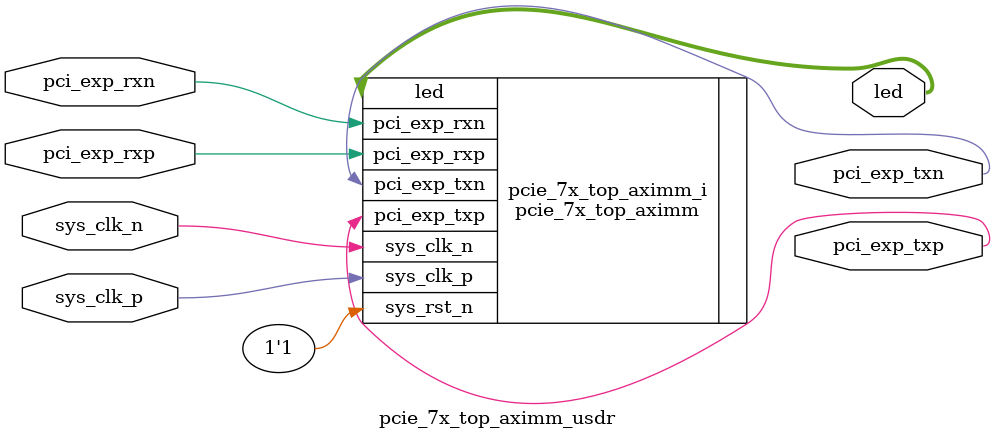
<source format=v>
`timescale 1ns / 1ps

module pcie_7x_top_aximm_usdr (
  output      pci_exp_txp,
  output      pci_exp_txn,
  input       pci_exp_rxp,
  input       pci_exp_rxn,

  input       sys_clk_p,
  input       sys_clk_n,
  
  output      [2:0] led
);
pcie_7x_top_aximm #(
    .NO_RESET(1),
    .ENABLE_GEN2(1)
) pcie_7x_top_aximm_i (
  .pci_exp_txp(pci_exp_txp),
  .pci_exp_txn(pci_exp_txn),
  .pci_exp_rxp(pci_exp_rxp),
  .pci_exp_rxn(pci_exp_rxn),
  .sys_clk_p(sys_clk_p),
  .sys_clk_n(sys_clk_n),
  .sys_rst_n(1'b1),
  .led(led)
);
endmodule

</source>
